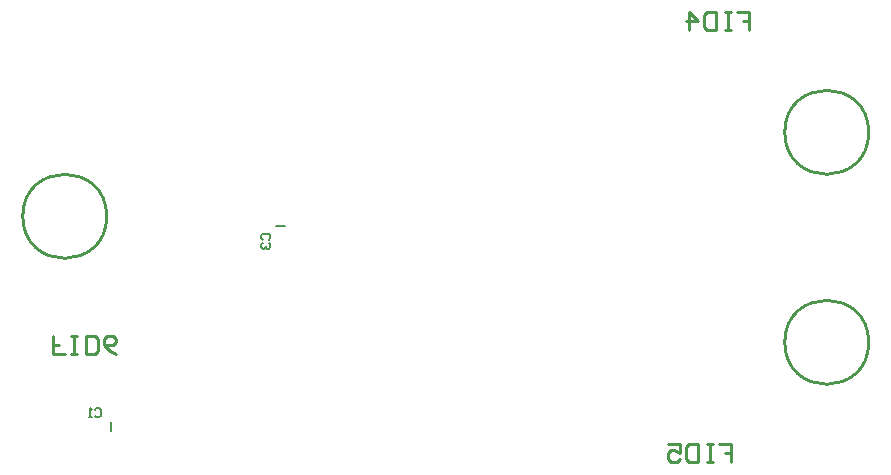
<source format=gbo>
%FSLAX24Y24*%
%MOIN*%
G70*
G01*
G75*
G04 Layer_Color=32896*
%ADD10C,0.0400*%
%ADD11R,0.0394X0.0433*%
%ADD12R,0.0433X0.0394*%
%ADD13R,0.0472X0.1575*%
%ADD14R,0.0669X0.0709*%
%ADD15R,0.0748X0.0748*%
%ADD16R,0.0807X0.0236*%
%ADD17R,0.0500X0.1449*%
%ADD18C,0.0080*%
%ADD19C,0.0090*%
%ADD20C,0.1600*%
%ADD21C,0.0600*%
%ADD22C,0.0472*%
%ADD23C,0.0630*%
%ADD24C,0.0240*%
%ADD25C,0.0100*%
%ADD26C,0.0079*%
%ADD27C,0.0098*%
%ADD28C,0.0070*%
D25*
X26000Y40200D02*
G03*
X26000Y40200I-1400J0D01*
G01*
X51400Y43000D02*
G03*
X51400Y43000I-1400J0D01*
G01*
Y36000D02*
G03*
X51400Y36000I-1400J0D01*
G01*
X24605Y35595D02*
X24205D01*
Y35895D01*
X24405D01*
X24205D01*
Y36195D01*
X24805Y35595D02*
X25005D01*
X24905D01*
Y36195D01*
X24805D01*
X25005D01*
X25305Y35595D02*
Y36195D01*
X25605D01*
X25705Y36095D01*
Y35695D01*
X25605Y35595D01*
X25305D01*
X26304D02*
X26104Y35695D01*
X25904Y35895D01*
Y36095D01*
X26004Y36195D01*
X26204D01*
X26304Y36095D01*
Y35995D01*
X26204Y35895D01*
X25904D01*
X46395Y32605D02*
X46795D01*
Y32305D01*
X46595D01*
X46795D01*
Y32005D01*
X46195Y32605D02*
X45995D01*
X46095D01*
Y32005D01*
X46195D01*
X45995D01*
X45695Y32605D02*
Y32005D01*
X45395D01*
X45295Y32105D01*
Y32505D01*
X45395Y32605D01*
X45695D01*
X44696D02*
X45096D01*
Y32305D01*
X44896Y32405D01*
X44796D01*
X44696Y32305D01*
Y32105D01*
X44796Y32005D01*
X44996D01*
X45096Y32105D01*
X46995Y47005D02*
X47395D01*
Y46705D01*
X47195D01*
X47395D01*
Y46405D01*
X46795Y47005D02*
X46595D01*
X46695D01*
Y46405D01*
X46795D01*
X46595D01*
X46295Y47005D02*
Y46405D01*
X45995D01*
X45895Y46505D01*
Y46905D01*
X45995Y47005D01*
X46295D01*
X45396Y46405D02*
Y47005D01*
X45696Y46705D01*
X45296D01*
D26*
X31643Y39869D02*
X31957D01*
X26152Y33043D02*
Y33357D01*
D28*
X31200Y39418D02*
X31150Y39468D01*
Y39567D01*
X31200Y39617D01*
X31400D01*
X31450Y39567D01*
Y39468D01*
X31400Y39418D01*
X31200Y39318D02*
X31150Y39268D01*
Y39168D01*
X31200Y39118D01*
X31250D01*
X31300Y39168D01*
Y39218D01*
Y39168D01*
X31350Y39118D01*
X31400D01*
X31450Y39168D01*
Y39268D01*
X31400Y39318D01*
X25600Y33750D02*
X25650Y33800D01*
X25750D01*
X25800Y33750D01*
Y33550D01*
X25750Y33500D01*
X25650D01*
X25600Y33550D01*
X25500Y33500D02*
X25400D01*
X25450D01*
Y33800D01*
X25500Y33750D01*
M02*

</source>
